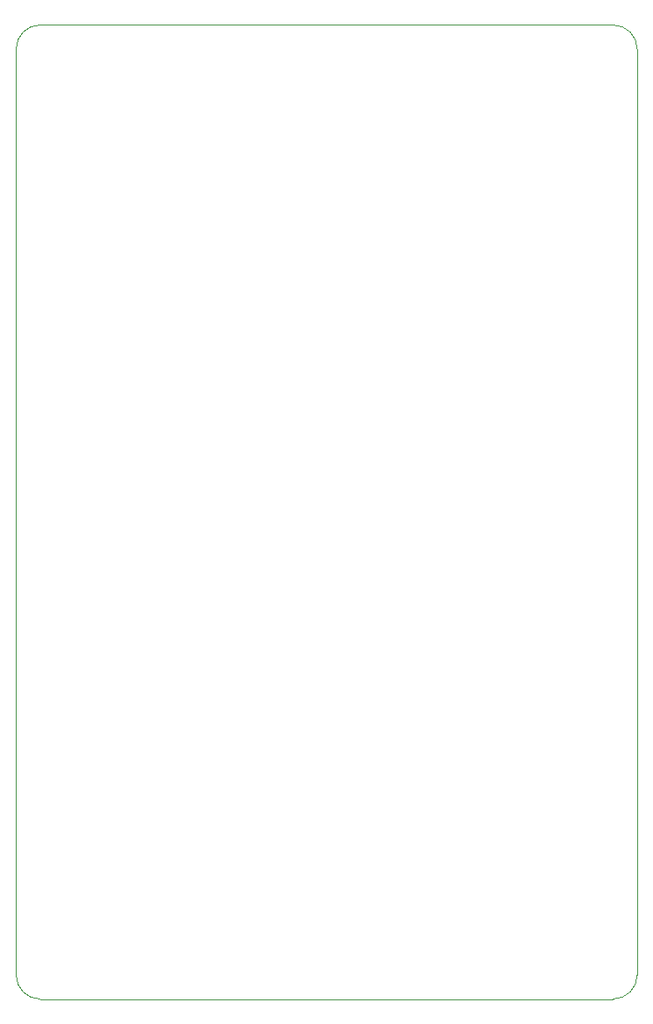
<source format=gbr>
%TF.GenerationSoftware,KiCad,Pcbnew,(6.0.6)*%
%TF.CreationDate,2023-01-23T13:41:07-05:00*%
%TF.ProjectId,esp32-wled,65737033-322d-4776-9c65-642e6b696361,rev?*%
%TF.SameCoordinates,Original*%
%TF.FileFunction,Profile,NP*%
%FSLAX46Y46*%
G04 Gerber Fmt 4.6, Leading zero omitted, Abs format (unit mm)*
G04 Created by KiCad (PCBNEW (6.0.6)) date 2023-01-23 13:41:07*
%MOMM*%
%LPD*%
G01*
G04 APERTURE LIST*
%TA.AperFunction,Profile*%
%ADD10C,0.100000*%
%TD*%
G04 APERTURE END LIST*
D10*
X160701600Y-144766800D02*
X105375200Y-144766800D01*
X105375200Y-50766800D02*
X160701600Y-50766800D01*
X160701600Y-144766800D02*
G75*
G03*
X163038400Y-142430000I0J2336800D01*
G01*
X163038400Y-53103600D02*
G75*
G03*
X160701600Y-50766800I-2336800J0D01*
G01*
X103038400Y-142430000D02*
X103038400Y-53103600D01*
X163038400Y-53103600D02*
X163038400Y-142430000D01*
X103038400Y-142430000D02*
G75*
G03*
X105375200Y-144766800I2336800J0D01*
G01*
X105375200Y-50766800D02*
G75*
G03*
X103038400Y-53103600I0J-2336800D01*
G01*
M02*

</source>
